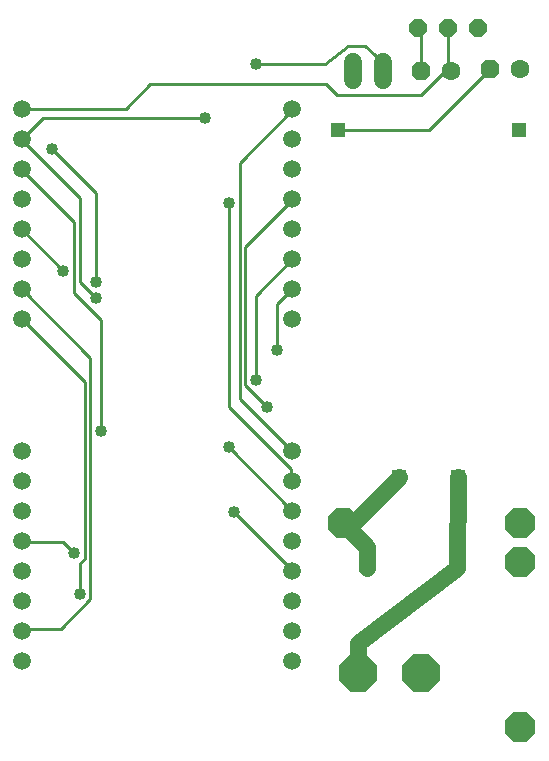
<source format=gbl>
G75*
%MOIN*%
%OFA0B0*%
%FSLAX25Y25*%
%IPPOS*%
%LPD*%
%AMOC8*
5,1,8,0,0,1.08239X$1,22.5*
%
%ADD10OC8,0.06300*%
%ADD11C,0.06300*%
%ADD12R,0.05150X0.05150*%
%ADD13C,0.06000*%
%ADD14C,0.05937*%
%ADD15OC8,0.12500*%
%ADD16OC8,0.05200*%
%ADD17OC8,0.10000*%
%ADD18OC8,0.06000*%
%ADD19C,0.05600*%
%ADD20C,0.01000*%
%ADD21C,0.04000*%
D10*
X0141000Y0228750D03*
X0163972Y0229326D03*
D11*
X0173972Y0229326D03*
X0151000Y0228750D03*
D12*
X0173815Y0209124D03*
X0113185Y0209124D03*
X0133657Y0093376D03*
X0153343Y0093376D03*
D13*
X0128500Y0225750D02*
X0128500Y0231750D01*
X0118500Y0231750D02*
X0118500Y0225750D01*
D14*
X0008000Y0032250D03*
X0008000Y0042250D03*
X0008000Y0052250D03*
X0008000Y0062250D03*
X0008000Y0072250D03*
X0008000Y0082250D03*
X0008000Y0092250D03*
X0008000Y0102250D03*
X0008000Y0146250D03*
X0008000Y0156250D03*
X0008000Y0166250D03*
X0008000Y0176250D03*
X0008000Y0186250D03*
X0008000Y0196250D03*
X0008000Y0206250D03*
X0008000Y0216250D03*
X0098000Y0216250D03*
X0098000Y0206250D03*
X0098000Y0196250D03*
X0098000Y0186250D03*
X0098000Y0176250D03*
X0098000Y0166250D03*
X0098000Y0156250D03*
X0098000Y0146250D03*
X0098000Y0102250D03*
X0098000Y0092250D03*
X0098000Y0082250D03*
X0098000Y0072250D03*
X0098000Y0062250D03*
X0098000Y0052250D03*
X0098000Y0042250D03*
X0098000Y0032250D03*
D15*
X0120000Y0028250D03*
X0141000Y0028250D03*
D16*
X0153000Y0063250D03*
X0123000Y0063250D03*
D17*
X0115000Y0078250D03*
X0174000Y0078250D03*
X0174000Y0065250D03*
X0174000Y0010250D03*
D18*
X0160000Y0243250D03*
X0150000Y0243250D03*
X0140000Y0243250D03*
D19*
X0133657Y0093376D02*
X0118531Y0078250D01*
X0115000Y0078250D01*
X0123000Y0070250D01*
X0123000Y0063250D01*
X0120000Y0038250D02*
X0153000Y0063250D01*
X0153343Y0093376D01*
X0120000Y0038250D02*
X0120000Y0028250D01*
D20*
X0098000Y0062250D02*
X0097679Y0062691D01*
X0078705Y0081665D01*
X0097679Y0082569D02*
X0076898Y0103350D01*
X0076898Y0116904D02*
X0076898Y0184669D01*
X0080512Y0198222D02*
X0097679Y0215390D01*
X0098000Y0216250D01*
X0109425Y0224425D02*
X0050695Y0224425D01*
X0042563Y0216293D01*
X0008228Y0216293D01*
X0008000Y0216250D01*
X0015000Y0213250D02*
X0008000Y0206250D01*
X0008228Y0205451D01*
X0027203Y0186476D01*
X0027203Y0158467D01*
X0032624Y0153045D01*
X0032624Y0158467D02*
X0032624Y0188283D01*
X0018167Y0202740D01*
X0015000Y0213250D02*
X0069000Y0213250D01*
X0080512Y0198222D02*
X0080512Y0119614D01*
X0097679Y0102447D01*
X0098000Y0102250D01*
X0097679Y0096122D02*
X0076898Y0116904D01*
X0082319Y0124132D02*
X0082319Y0170213D01*
X0097679Y0185573D01*
X0098000Y0186250D01*
X0098000Y0166250D02*
X0097679Y0165695D01*
X0085933Y0153949D01*
X0085933Y0125939D01*
X0082319Y0124132D02*
X0089547Y0116904D01*
X0093161Y0135878D02*
X0093161Y0151238D01*
X0097679Y0155756D01*
X0098000Y0156250D01*
X0113185Y0209124D02*
X0143770Y0209124D01*
X0163972Y0229326D01*
X0151000Y0228750D02*
X0148988Y0228750D01*
X0141049Y0220811D01*
X0113039Y0220811D01*
X0109425Y0224425D01*
X0108909Y0231250D02*
X0116716Y0237057D01*
X0122284Y0237057D01*
X0128500Y0231841D01*
X0128500Y0228750D01*
X0141000Y0242250D02*
X0140000Y0243250D01*
X0141000Y0242250D02*
X0141000Y0228750D01*
X0150085Y0229846D02*
X0151000Y0228750D01*
X0150988Y0228943D01*
X0150085Y0229846D02*
X0150085Y0242496D01*
X0150000Y0243250D01*
X0108909Y0231250D02*
X0086000Y0231250D01*
X0025396Y0178344D02*
X0025396Y0154852D01*
X0034431Y0145817D01*
X0034431Y0108772D01*
X0029010Y0125035D02*
X0008228Y0145817D01*
X0008000Y0146250D01*
X0008228Y0155756D02*
X0008000Y0156250D01*
X0008228Y0155756D02*
X0030817Y0133167D01*
X0030817Y0052752D01*
X0020878Y0042813D01*
X0008228Y0042813D01*
X0008000Y0042250D01*
X0027203Y0054559D02*
X0027203Y0064498D01*
X0029010Y0066305D01*
X0029010Y0125035D01*
X0021781Y0162081D02*
X0008228Y0175634D01*
X0008000Y0176250D01*
X0025396Y0178344D02*
X0008228Y0195512D01*
X0008000Y0196250D01*
X0097679Y0096122D02*
X0097679Y0092508D01*
X0098000Y0092250D01*
X0097679Y0082569D02*
X0098000Y0082250D01*
X0025396Y0068112D02*
X0021781Y0071726D01*
X0008228Y0071726D01*
X0008000Y0072250D01*
D21*
X0025396Y0068112D03*
X0027203Y0054559D03*
X0034431Y0108772D03*
X0032624Y0153045D03*
X0032624Y0158467D03*
X0021781Y0162081D03*
X0018167Y0202740D03*
X0069000Y0213250D03*
X0086000Y0231250D03*
X0076898Y0184669D03*
X0093161Y0135878D03*
X0085933Y0125939D03*
X0089547Y0116904D03*
X0076898Y0103350D03*
X0078705Y0081665D03*
M02*

</source>
